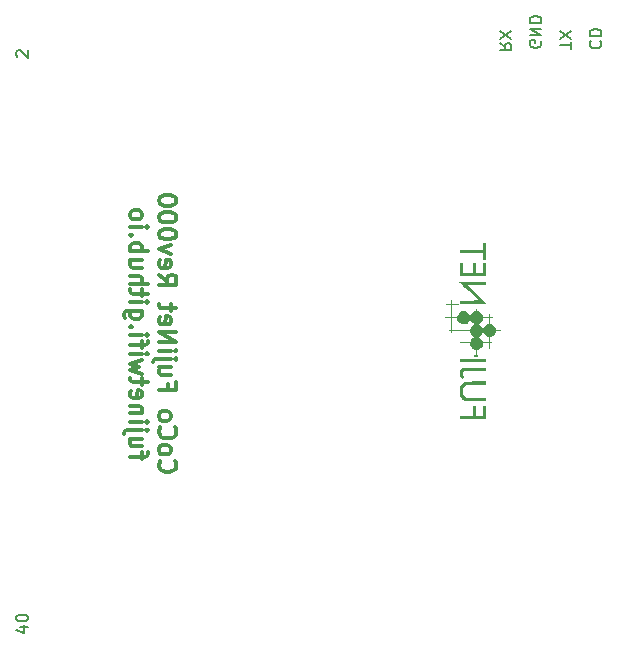
<source format=gbr>
%TF.GenerationSoftware,KiCad,Pcbnew,7.0.10*%
%TF.CreationDate,2024-02-05T23:38:35-06:00*%
%TF.ProjectId,CoCo-FujiNet-Rev000,436f436f-2d46-4756-9a69-4e65742d5265,Rev 000*%
%TF.SameCoordinates,Original*%
%TF.FileFunction,Legend,Bot*%
%TF.FilePolarity,Positive*%
%FSLAX46Y46*%
G04 Gerber Fmt 4.6, Leading zero omitted, Abs format (unit mm)*
G04 Created by KiCad (PCBNEW 7.0.10) date 2024-02-05 23:38:35*
%MOMM*%
%LPD*%
G01*
G04 APERTURE LIST*
%ADD10C,0.150000*%
%ADD11C,0.300000*%
G04 APERTURE END LIST*
D10*
X149208180Y-64936041D02*
X149684371Y-65269374D01*
X149208180Y-65507469D02*
X150208180Y-65507469D01*
X150208180Y-65507469D02*
X150208180Y-65126517D01*
X150208180Y-65126517D02*
X150160561Y-65031279D01*
X150160561Y-65031279D02*
X150112942Y-64983660D01*
X150112942Y-64983660D02*
X150017704Y-64936041D01*
X150017704Y-64936041D02*
X149874847Y-64936041D01*
X149874847Y-64936041D02*
X149779609Y-64983660D01*
X149779609Y-64983660D02*
X149731990Y-65031279D01*
X149731990Y-65031279D02*
X149684371Y-65126517D01*
X149684371Y-65126517D02*
X149684371Y-65507469D01*
X150208180Y-64602707D02*
X149208180Y-63936041D01*
X150208180Y-63936041D02*
X149208180Y-64602707D01*
D11*
X120486028Y-100320713D02*
X120414600Y-100392141D01*
X120414600Y-100392141D02*
X120343171Y-100606427D01*
X120343171Y-100606427D02*
X120343171Y-100749284D01*
X120343171Y-100749284D02*
X120414600Y-100963570D01*
X120414600Y-100963570D02*
X120557457Y-101106427D01*
X120557457Y-101106427D02*
X120700314Y-101177856D01*
X120700314Y-101177856D02*
X120986028Y-101249284D01*
X120986028Y-101249284D02*
X121200314Y-101249284D01*
X121200314Y-101249284D02*
X121486028Y-101177856D01*
X121486028Y-101177856D02*
X121628885Y-101106427D01*
X121628885Y-101106427D02*
X121771742Y-100963570D01*
X121771742Y-100963570D02*
X121843171Y-100749284D01*
X121843171Y-100749284D02*
X121843171Y-100606427D01*
X121843171Y-100606427D02*
X121771742Y-100392141D01*
X121771742Y-100392141D02*
X121700314Y-100320713D01*
X120343171Y-99463570D02*
X120414600Y-99606427D01*
X120414600Y-99606427D02*
X120486028Y-99677856D01*
X120486028Y-99677856D02*
X120628885Y-99749284D01*
X120628885Y-99749284D02*
X121057457Y-99749284D01*
X121057457Y-99749284D02*
X121200314Y-99677856D01*
X121200314Y-99677856D02*
X121271742Y-99606427D01*
X121271742Y-99606427D02*
X121343171Y-99463570D01*
X121343171Y-99463570D02*
X121343171Y-99249284D01*
X121343171Y-99249284D02*
X121271742Y-99106427D01*
X121271742Y-99106427D02*
X121200314Y-99034999D01*
X121200314Y-99034999D02*
X121057457Y-98963570D01*
X121057457Y-98963570D02*
X120628885Y-98963570D01*
X120628885Y-98963570D02*
X120486028Y-99034999D01*
X120486028Y-99034999D02*
X120414600Y-99106427D01*
X120414600Y-99106427D02*
X120343171Y-99249284D01*
X120343171Y-99249284D02*
X120343171Y-99463570D01*
X120486028Y-97463570D02*
X120414600Y-97534998D01*
X120414600Y-97534998D02*
X120343171Y-97749284D01*
X120343171Y-97749284D02*
X120343171Y-97892141D01*
X120343171Y-97892141D02*
X120414600Y-98106427D01*
X120414600Y-98106427D02*
X120557457Y-98249284D01*
X120557457Y-98249284D02*
X120700314Y-98320713D01*
X120700314Y-98320713D02*
X120986028Y-98392141D01*
X120986028Y-98392141D02*
X121200314Y-98392141D01*
X121200314Y-98392141D02*
X121486028Y-98320713D01*
X121486028Y-98320713D02*
X121628885Y-98249284D01*
X121628885Y-98249284D02*
X121771742Y-98106427D01*
X121771742Y-98106427D02*
X121843171Y-97892141D01*
X121843171Y-97892141D02*
X121843171Y-97749284D01*
X121843171Y-97749284D02*
X121771742Y-97534998D01*
X121771742Y-97534998D02*
X121700314Y-97463570D01*
X120343171Y-96606427D02*
X120414600Y-96749284D01*
X120414600Y-96749284D02*
X120486028Y-96820713D01*
X120486028Y-96820713D02*
X120628885Y-96892141D01*
X120628885Y-96892141D02*
X121057457Y-96892141D01*
X121057457Y-96892141D02*
X121200314Y-96820713D01*
X121200314Y-96820713D02*
X121271742Y-96749284D01*
X121271742Y-96749284D02*
X121343171Y-96606427D01*
X121343171Y-96606427D02*
X121343171Y-96392141D01*
X121343171Y-96392141D02*
X121271742Y-96249284D01*
X121271742Y-96249284D02*
X121200314Y-96177856D01*
X121200314Y-96177856D02*
X121057457Y-96106427D01*
X121057457Y-96106427D02*
X120628885Y-96106427D01*
X120628885Y-96106427D02*
X120486028Y-96177856D01*
X120486028Y-96177856D02*
X120414600Y-96249284D01*
X120414600Y-96249284D02*
X120343171Y-96392141D01*
X120343171Y-96392141D02*
X120343171Y-96606427D01*
X121128885Y-93820713D02*
X121128885Y-94320713D01*
X120343171Y-94320713D02*
X121843171Y-94320713D01*
X121843171Y-94320713D02*
X121843171Y-93606427D01*
X121343171Y-92392142D02*
X120343171Y-92392142D01*
X121343171Y-93034999D02*
X120557457Y-93034999D01*
X120557457Y-93034999D02*
X120414600Y-92963570D01*
X120414600Y-92963570D02*
X120343171Y-92820713D01*
X120343171Y-92820713D02*
X120343171Y-92606427D01*
X120343171Y-92606427D02*
X120414600Y-92463570D01*
X120414600Y-92463570D02*
X120486028Y-92392142D01*
X121343171Y-91677856D02*
X120057457Y-91677856D01*
X120057457Y-91677856D02*
X119914600Y-91749284D01*
X119914600Y-91749284D02*
X119843171Y-91892141D01*
X119843171Y-91892141D02*
X119843171Y-91963570D01*
X121843171Y-91677856D02*
X121771742Y-91749284D01*
X121771742Y-91749284D02*
X121700314Y-91677856D01*
X121700314Y-91677856D02*
X121771742Y-91606427D01*
X121771742Y-91606427D02*
X121843171Y-91677856D01*
X121843171Y-91677856D02*
X121700314Y-91677856D01*
X120343171Y-90963570D02*
X121343171Y-90963570D01*
X121843171Y-90963570D02*
X121771742Y-91034998D01*
X121771742Y-91034998D02*
X121700314Y-90963570D01*
X121700314Y-90963570D02*
X121771742Y-90892141D01*
X121771742Y-90892141D02*
X121843171Y-90963570D01*
X121843171Y-90963570D02*
X121700314Y-90963570D01*
X120343171Y-90249284D02*
X121843171Y-90249284D01*
X121843171Y-90249284D02*
X120343171Y-89392141D01*
X120343171Y-89392141D02*
X121843171Y-89392141D01*
X120414600Y-88106426D02*
X120343171Y-88249283D01*
X120343171Y-88249283D02*
X120343171Y-88534998D01*
X120343171Y-88534998D02*
X120414600Y-88677855D01*
X120414600Y-88677855D02*
X120557457Y-88749283D01*
X120557457Y-88749283D02*
X121128885Y-88749283D01*
X121128885Y-88749283D02*
X121271742Y-88677855D01*
X121271742Y-88677855D02*
X121343171Y-88534998D01*
X121343171Y-88534998D02*
X121343171Y-88249283D01*
X121343171Y-88249283D02*
X121271742Y-88106426D01*
X121271742Y-88106426D02*
X121128885Y-88034998D01*
X121128885Y-88034998D02*
X120986028Y-88034998D01*
X120986028Y-88034998D02*
X120843171Y-88749283D01*
X121343171Y-87606426D02*
X121343171Y-87034998D01*
X121843171Y-87392141D02*
X120557457Y-87392141D01*
X120557457Y-87392141D02*
X120414600Y-87320712D01*
X120414600Y-87320712D02*
X120343171Y-87177855D01*
X120343171Y-87177855D02*
X120343171Y-87034998D01*
X120343171Y-84534998D02*
X121057457Y-85034998D01*
X120343171Y-85392141D02*
X121843171Y-85392141D01*
X121843171Y-85392141D02*
X121843171Y-84820712D01*
X121843171Y-84820712D02*
X121771742Y-84677855D01*
X121771742Y-84677855D02*
X121700314Y-84606426D01*
X121700314Y-84606426D02*
X121557457Y-84534998D01*
X121557457Y-84534998D02*
X121343171Y-84534998D01*
X121343171Y-84534998D02*
X121200314Y-84606426D01*
X121200314Y-84606426D02*
X121128885Y-84677855D01*
X121128885Y-84677855D02*
X121057457Y-84820712D01*
X121057457Y-84820712D02*
X121057457Y-85392141D01*
X120414600Y-83320712D02*
X120343171Y-83463569D01*
X120343171Y-83463569D02*
X120343171Y-83749284D01*
X120343171Y-83749284D02*
X120414600Y-83892141D01*
X120414600Y-83892141D02*
X120557457Y-83963569D01*
X120557457Y-83963569D02*
X121128885Y-83963569D01*
X121128885Y-83963569D02*
X121271742Y-83892141D01*
X121271742Y-83892141D02*
X121343171Y-83749284D01*
X121343171Y-83749284D02*
X121343171Y-83463569D01*
X121343171Y-83463569D02*
X121271742Y-83320712D01*
X121271742Y-83320712D02*
X121128885Y-83249284D01*
X121128885Y-83249284D02*
X120986028Y-83249284D01*
X120986028Y-83249284D02*
X120843171Y-83963569D01*
X121343171Y-82749284D02*
X120343171Y-82392141D01*
X120343171Y-82392141D02*
X121343171Y-82034998D01*
X121843171Y-81177855D02*
X121843171Y-81034998D01*
X121843171Y-81034998D02*
X121771742Y-80892141D01*
X121771742Y-80892141D02*
X121700314Y-80820713D01*
X121700314Y-80820713D02*
X121557457Y-80749284D01*
X121557457Y-80749284D02*
X121271742Y-80677855D01*
X121271742Y-80677855D02*
X120914600Y-80677855D01*
X120914600Y-80677855D02*
X120628885Y-80749284D01*
X120628885Y-80749284D02*
X120486028Y-80820713D01*
X120486028Y-80820713D02*
X120414600Y-80892141D01*
X120414600Y-80892141D02*
X120343171Y-81034998D01*
X120343171Y-81034998D02*
X120343171Y-81177855D01*
X120343171Y-81177855D02*
X120414600Y-81320713D01*
X120414600Y-81320713D02*
X120486028Y-81392141D01*
X120486028Y-81392141D02*
X120628885Y-81463570D01*
X120628885Y-81463570D02*
X120914600Y-81534998D01*
X120914600Y-81534998D02*
X121271742Y-81534998D01*
X121271742Y-81534998D02*
X121557457Y-81463570D01*
X121557457Y-81463570D02*
X121700314Y-81392141D01*
X121700314Y-81392141D02*
X121771742Y-81320713D01*
X121771742Y-81320713D02*
X121843171Y-81177855D01*
X121843171Y-79749284D02*
X121843171Y-79606427D01*
X121843171Y-79606427D02*
X121771742Y-79463570D01*
X121771742Y-79463570D02*
X121700314Y-79392142D01*
X121700314Y-79392142D02*
X121557457Y-79320713D01*
X121557457Y-79320713D02*
X121271742Y-79249284D01*
X121271742Y-79249284D02*
X120914600Y-79249284D01*
X120914600Y-79249284D02*
X120628885Y-79320713D01*
X120628885Y-79320713D02*
X120486028Y-79392142D01*
X120486028Y-79392142D02*
X120414600Y-79463570D01*
X120414600Y-79463570D02*
X120343171Y-79606427D01*
X120343171Y-79606427D02*
X120343171Y-79749284D01*
X120343171Y-79749284D02*
X120414600Y-79892142D01*
X120414600Y-79892142D02*
X120486028Y-79963570D01*
X120486028Y-79963570D02*
X120628885Y-80034999D01*
X120628885Y-80034999D02*
X120914600Y-80106427D01*
X120914600Y-80106427D02*
X121271742Y-80106427D01*
X121271742Y-80106427D02*
X121557457Y-80034999D01*
X121557457Y-80034999D02*
X121700314Y-79963570D01*
X121700314Y-79963570D02*
X121771742Y-79892142D01*
X121771742Y-79892142D02*
X121843171Y-79749284D01*
X121843171Y-78320713D02*
X121843171Y-78177856D01*
X121843171Y-78177856D02*
X121771742Y-78034999D01*
X121771742Y-78034999D02*
X121700314Y-77963571D01*
X121700314Y-77963571D02*
X121557457Y-77892142D01*
X121557457Y-77892142D02*
X121271742Y-77820713D01*
X121271742Y-77820713D02*
X120914600Y-77820713D01*
X120914600Y-77820713D02*
X120628885Y-77892142D01*
X120628885Y-77892142D02*
X120486028Y-77963571D01*
X120486028Y-77963571D02*
X120414600Y-78034999D01*
X120414600Y-78034999D02*
X120343171Y-78177856D01*
X120343171Y-78177856D02*
X120343171Y-78320713D01*
X120343171Y-78320713D02*
X120414600Y-78463571D01*
X120414600Y-78463571D02*
X120486028Y-78534999D01*
X120486028Y-78534999D02*
X120628885Y-78606428D01*
X120628885Y-78606428D02*
X120914600Y-78677856D01*
X120914600Y-78677856D02*
X121271742Y-78677856D01*
X121271742Y-78677856D02*
X121557457Y-78606428D01*
X121557457Y-78606428D02*
X121700314Y-78534999D01*
X121700314Y-78534999D02*
X121771742Y-78463571D01*
X121771742Y-78463571D02*
X121843171Y-78320713D01*
X118928171Y-100142144D02*
X118928171Y-99570716D01*
X117928171Y-99927859D02*
X119213885Y-99927859D01*
X119213885Y-99927859D02*
X119356742Y-99856430D01*
X119356742Y-99856430D02*
X119428171Y-99713573D01*
X119428171Y-99713573D02*
X119428171Y-99570716D01*
X118928171Y-98427859D02*
X117928171Y-98427859D01*
X118928171Y-99070716D02*
X118142457Y-99070716D01*
X118142457Y-99070716D02*
X117999600Y-98999287D01*
X117999600Y-98999287D02*
X117928171Y-98856430D01*
X117928171Y-98856430D02*
X117928171Y-98642144D01*
X117928171Y-98642144D02*
X117999600Y-98499287D01*
X117999600Y-98499287D02*
X118071028Y-98427859D01*
X118928171Y-97713573D02*
X117642457Y-97713573D01*
X117642457Y-97713573D02*
X117499600Y-97785001D01*
X117499600Y-97785001D02*
X117428171Y-97927858D01*
X117428171Y-97927858D02*
X117428171Y-97999287D01*
X119428171Y-97713573D02*
X119356742Y-97785001D01*
X119356742Y-97785001D02*
X119285314Y-97713573D01*
X119285314Y-97713573D02*
X119356742Y-97642144D01*
X119356742Y-97642144D02*
X119428171Y-97713573D01*
X119428171Y-97713573D02*
X119285314Y-97713573D01*
X117928171Y-96999287D02*
X118928171Y-96999287D01*
X119428171Y-96999287D02*
X119356742Y-97070715D01*
X119356742Y-97070715D02*
X119285314Y-96999287D01*
X119285314Y-96999287D02*
X119356742Y-96927858D01*
X119356742Y-96927858D02*
X119428171Y-96999287D01*
X119428171Y-96999287D02*
X119285314Y-96999287D01*
X118928171Y-96285001D02*
X117928171Y-96285001D01*
X118785314Y-96285001D02*
X118856742Y-96213572D01*
X118856742Y-96213572D02*
X118928171Y-96070715D01*
X118928171Y-96070715D02*
X118928171Y-95856429D01*
X118928171Y-95856429D02*
X118856742Y-95713572D01*
X118856742Y-95713572D02*
X118713885Y-95642144D01*
X118713885Y-95642144D02*
X117928171Y-95642144D01*
X117999600Y-94356429D02*
X117928171Y-94499286D01*
X117928171Y-94499286D02*
X117928171Y-94785001D01*
X117928171Y-94785001D02*
X117999600Y-94927858D01*
X117999600Y-94927858D02*
X118142457Y-94999286D01*
X118142457Y-94999286D02*
X118713885Y-94999286D01*
X118713885Y-94999286D02*
X118856742Y-94927858D01*
X118856742Y-94927858D02*
X118928171Y-94785001D01*
X118928171Y-94785001D02*
X118928171Y-94499286D01*
X118928171Y-94499286D02*
X118856742Y-94356429D01*
X118856742Y-94356429D02*
X118713885Y-94285001D01*
X118713885Y-94285001D02*
X118571028Y-94285001D01*
X118571028Y-94285001D02*
X118428171Y-94999286D01*
X118928171Y-93856429D02*
X118928171Y-93285001D01*
X119428171Y-93642144D02*
X118142457Y-93642144D01*
X118142457Y-93642144D02*
X117999600Y-93570715D01*
X117999600Y-93570715D02*
X117928171Y-93427858D01*
X117928171Y-93427858D02*
X117928171Y-93285001D01*
X118928171Y-92927858D02*
X117928171Y-92642144D01*
X117928171Y-92642144D02*
X118642457Y-92356429D01*
X118642457Y-92356429D02*
X117928171Y-92070715D01*
X117928171Y-92070715D02*
X118928171Y-91785001D01*
X117928171Y-91213572D02*
X118928171Y-91213572D01*
X119428171Y-91213572D02*
X119356742Y-91285000D01*
X119356742Y-91285000D02*
X119285314Y-91213572D01*
X119285314Y-91213572D02*
X119356742Y-91142143D01*
X119356742Y-91142143D02*
X119428171Y-91213572D01*
X119428171Y-91213572D02*
X119285314Y-91213572D01*
X118928171Y-90713571D02*
X118928171Y-90142143D01*
X117928171Y-90499286D02*
X119213885Y-90499286D01*
X119213885Y-90499286D02*
X119356742Y-90427857D01*
X119356742Y-90427857D02*
X119428171Y-90285000D01*
X119428171Y-90285000D02*
X119428171Y-90142143D01*
X117928171Y-89642143D02*
X118928171Y-89642143D01*
X119428171Y-89642143D02*
X119356742Y-89713571D01*
X119356742Y-89713571D02*
X119285314Y-89642143D01*
X119285314Y-89642143D02*
X119356742Y-89570714D01*
X119356742Y-89570714D02*
X119428171Y-89642143D01*
X119428171Y-89642143D02*
X119285314Y-89642143D01*
X118071028Y-88927857D02*
X117999600Y-88856428D01*
X117999600Y-88856428D02*
X117928171Y-88927857D01*
X117928171Y-88927857D02*
X117999600Y-88999285D01*
X117999600Y-88999285D02*
X118071028Y-88927857D01*
X118071028Y-88927857D02*
X117928171Y-88927857D01*
X118928171Y-87570714D02*
X117713885Y-87570714D01*
X117713885Y-87570714D02*
X117571028Y-87642142D01*
X117571028Y-87642142D02*
X117499600Y-87713571D01*
X117499600Y-87713571D02*
X117428171Y-87856428D01*
X117428171Y-87856428D02*
X117428171Y-88070714D01*
X117428171Y-88070714D02*
X117499600Y-88213571D01*
X117999600Y-87570714D02*
X117928171Y-87713571D01*
X117928171Y-87713571D02*
X117928171Y-87999285D01*
X117928171Y-87999285D02*
X117999600Y-88142142D01*
X117999600Y-88142142D02*
X118071028Y-88213571D01*
X118071028Y-88213571D02*
X118213885Y-88284999D01*
X118213885Y-88284999D02*
X118642457Y-88284999D01*
X118642457Y-88284999D02*
X118785314Y-88213571D01*
X118785314Y-88213571D02*
X118856742Y-88142142D01*
X118856742Y-88142142D02*
X118928171Y-87999285D01*
X118928171Y-87999285D02*
X118928171Y-87713571D01*
X118928171Y-87713571D02*
X118856742Y-87570714D01*
X117928171Y-86856428D02*
X118928171Y-86856428D01*
X119428171Y-86856428D02*
X119356742Y-86927856D01*
X119356742Y-86927856D02*
X119285314Y-86856428D01*
X119285314Y-86856428D02*
X119356742Y-86784999D01*
X119356742Y-86784999D02*
X119428171Y-86856428D01*
X119428171Y-86856428D02*
X119285314Y-86856428D01*
X118928171Y-86356427D02*
X118928171Y-85784999D01*
X119428171Y-86142142D02*
X118142457Y-86142142D01*
X118142457Y-86142142D02*
X117999600Y-86070713D01*
X117999600Y-86070713D02*
X117928171Y-85927856D01*
X117928171Y-85927856D02*
X117928171Y-85784999D01*
X117928171Y-85284999D02*
X119428171Y-85284999D01*
X117928171Y-84642142D02*
X118713885Y-84642142D01*
X118713885Y-84642142D02*
X118856742Y-84713570D01*
X118856742Y-84713570D02*
X118928171Y-84856427D01*
X118928171Y-84856427D02*
X118928171Y-85070713D01*
X118928171Y-85070713D02*
X118856742Y-85213570D01*
X118856742Y-85213570D02*
X118785314Y-85284999D01*
X118928171Y-83284999D02*
X117928171Y-83284999D01*
X118928171Y-83927856D02*
X118142457Y-83927856D01*
X118142457Y-83927856D02*
X117999600Y-83856427D01*
X117999600Y-83856427D02*
X117928171Y-83713570D01*
X117928171Y-83713570D02*
X117928171Y-83499284D01*
X117928171Y-83499284D02*
X117999600Y-83356427D01*
X117999600Y-83356427D02*
X118071028Y-83284999D01*
X117928171Y-82570713D02*
X119428171Y-82570713D01*
X118856742Y-82570713D02*
X118928171Y-82427856D01*
X118928171Y-82427856D02*
X118928171Y-82142141D01*
X118928171Y-82142141D02*
X118856742Y-81999284D01*
X118856742Y-81999284D02*
X118785314Y-81927856D01*
X118785314Y-81927856D02*
X118642457Y-81856427D01*
X118642457Y-81856427D02*
X118213885Y-81856427D01*
X118213885Y-81856427D02*
X118071028Y-81927856D01*
X118071028Y-81927856D02*
X117999600Y-81999284D01*
X117999600Y-81999284D02*
X117928171Y-82142141D01*
X117928171Y-82142141D02*
X117928171Y-82427856D01*
X117928171Y-82427856D02*
X117999600Y-82570713D01*
X118071028Y-81213570D02*
X117999600Y-81142141D01*
X117999600Y-81142141D02*
X117928171Y-81213570D01*
X117928171Y-81213570D02*
X117999600Y-81284998D01*
X117999600Y-81284998D02*
X118071028Y-81213570D01*
X118071028Y-81213570D02*
X117928171Y-81213570D01*
X117928171Y-80499284D02*
X118928171Y-80499284D01*
X119428171Y-80499284D02*
X119356742Y-80570712D01*
X119356742Y-80570712D02*
X119285314Y-80499284D01*
X119285314Y-80499284D02*
X119356742Y-80427855D01*
X119356742Y-80427855D02*
X119428171Y-80499284D01*
X119428171Y-80499284D02*
X119285314Y-80499284D01*
X117928171Y-79570712D02*
X117999600Y-79713569D01*
X117999600Y-79713569D02*
X118071028Y-79784998D01*
X118071028Y-79784998D02*
X118213885Y-79856426D01*
X118213885Y-79856426D02*
X118642457Y-79856426D01*
X118642457Y-79856426D02*
X118785314Y-79784998D01*
X118785314Y-79784998D02*
X118856742Y-79713569D01*
X118856742Y-79713569D02*
X118928171Y-79570712D01*
X118928171Y-79570712D02*
X118928171Y-79356426D01*
X118928171Y-79356426D02*
X118856742Y-79213569D01*
X118856742Y-79213569D02*
X118785314Y-79142141D01*
X118785314Y-79142141D02*
X118642457Y-79070712D01*
X118642457Y-79070712D02*
X118213885Y-79070712D01*
X118213885Y-79070712D02*
X118071028Y-79142141D01*
X118071028Y-79142141D02*
X117999600Y-79213569D01*
X117999600Y-79213569D02*
X117928171Y-79356426D01*
X117928171Y-79356426D02*
X117928171Y-79570712D01*
D10*
X152700561Y-64738911D02*
X152748180Y-64834149D01*
X152748180Y-64834149D02*
X152748180Y-64977006D01*
X152748180Y-64977006D02*
X152700561Y-65119863D01*
X152700561Y-65119863D02*
X152605323Y-65215101D01*
X152605323Y-65215101D02*
X152510085Y-65262720D01*
X152510085Y-65262720D02*
X152319609Y-65310339D01*
X152319609Y-65310339D02*
X152176752Y-65310339D01*
X152176752Y-65310339D02*
X151986276Y-65262720D01*
X151986276Y-65262720D02*
X151891038Y-65215101D01*
X151891038Y-65215101D02*
X151795800Y-65119863D01*
X151795800Y-65119863D02*
X151748180Y-64977006D01*
X151748180Y-64977006D02*
X151748180Y-64881768D01*
X151748180Y-64881768D02*
X151795800Y-64738911D01*
X151795800Y-64738911D02*
X151843419Y-64691292D01*
X151843419Y-64691292D02*
X152176752Y-64691292D01*
X152176752Y-64691292D02*
X152176752Y-64881768D01*
X151748180Y-64262720D02*
X152748180Y-64262720D01*
X152748180Y-64262720D02*
X151748180Y-63691292D01*
X151748180Y-63691292D02*
X152748180Y-63691292D01*
X151748180Y-63215101D02*
X152748180Y-63215101D01*
X152748180Y-63215101D02*
X152748180Y-62977006D01*
X152748180Y-62977006D02*
X152700561Y-62834149D01*
X152700561Y-62834149D02*
X152605323Y-62738911D01*
X152605323Y-62738911D02*
X152510085Y-62691292D01*
X152510085Y-62691292D02*
X152319609Y-62643673D01*
X152319609Y-62643673D02*
X152176752Y-62643673D01*
X152176752Y-62643673D02*
X151986276Y-62691292D01*
X151986276Y-62691292D02*
X151891038Y-62738911D01*
X151891038Y-62738911D02*
X151795800Y-62834149D01*
X151795800Y-62834149D02*
X151748180Y-62977006D01*
X151748180Y-62977006D02*
X151748180Y-63215101D01*
X156923419Y-64729660D02*
X156875800Y-64777279D01*
X156875800Y-64777279D02*
X156828180Y-64920136D01*
X156828180Y-64920136D02*
X156828180Y-65015374D01*
X156828180Y-65015374D02*
X156875800Y-65158231D01*
X156875800Y-65158231D02*
X156971038Y-65253469D01*
X156971038Y-65253469D02*
X157066276Y-65301088D01*
X157066276Y-65301088D02*
X157256752Y-65348707D01*
X157256752Y-65348707D02*
X157399609Y-65348707D01*
X157399609Y-65348707D02*
X157590085Y-65301088D01*
X157590085Y-65301088D02*
X157685323Y-65253469D01*
X157685323Y-65253469D02*
X157780561Y-65158231D01*
X157780561Y-65158231D02*
X157828180Y-65015374D01*
X157828180Y-65015374D02*
X157828180Y-64920136D01*
X157828180Y-64920136D02*
X157780561Y-64777279D01*
X157780561Y-64777279D02*
X157732942Y-64729660D01*
X156828180Y-64301088D02*
X157828180Y-64301088D01*
X157828180Y-64301088D02*
X157828180Y-64062993D01*
X157828180Y-64062993D02*
X157780561Y-63920136D01*
X157780561Y-63920136D02*
X157685323Y-63824898D01*
X157685323Y-63824898D02*
X157590085Y-63777279D01*
X157590085Y-63777279D02*
X157399609Y-63729660D01*
X157399609Y-63729660D02*
X157256752Y-63729660D01*
X157256752Y-63729660D02*
X157066276Y-63777279D01*
X157066276Y-63777279D02*
X156971038Y-63824898D01*
X156971038Y-63824898D02*
X156875800Y-63920136D01*
X156875800Y-63920136D02*
X156828180Y-64062993D01*
X156828180Y-64062993D02*
X156828180Y-64301088D01*
X155288180Y-65412231D02*
X155288180Y-64840803D01*
X154288180Y-65126517D02*
X155288180Y-65126517D01*
X155288180Y-64602707D02*
X154288180Y-63936041D01*
X155288180Y-63936041D02*
X154288180Y-64602707D01*
X108369057Y-66105463D02*
X108321438Y-66057844D01*
X108321438Y-66057844D02*
X108273819Y-65962606D01*
X108273819Y-65962606D02*
X108273819Y-65724511D01*
X108273819Y-65724511D02*
X108321438Y-65629273D01*
X108321438Y-65629273D02*
X108369057Y-65581654D01*
X108369057Y-65581654D02*
X108464295Y-65534035D01*
X108464295Y-65534035D02*
X108559533Y-65534035D01*
X108559533Y-65534035D02*
X108702390Y-65581654D01*
X108702390Y-65581654D02*
X109273819Y-66153082D01*
X109273819Y-66153082D02*
X109273819Y-65534035D01*
X108607152Y-114365464D02*
X109273819Y-114365464D01*
X108226200Y-114603559D02*
X108940485Y-114841654D01*
X108940485Y-114841654D02*
X108940485Y-114222607D01*
X108273819Y-113651178D02*
X108273819Y-113555940D01*
X108273819Y-113555940D02*
X108321438Y-113460702D01*
X108321438Y-113460702D02*
X108369057Y-113413083D01*
X108369057Y-113413083D02*
X108464295Y-113365464D01*
X108464295Y-113365464D02*
X108654771Y-113317845D01*
X108654771Y-113317845D02*
X108892866Y-113317845D01*
X108892866Y-113317845D02*
X109083342Y-113365464D01*
X109083342Y-113365464D02*
X109178580Y-113413083D01*
X109178580Y-113413083D02*
X109226200Y-113460702D01*
X109226200Y-113460702D02*
X109273819Y-113555940D01*
X109273819Y-113555940D02*
X109273819Y-113651178D01*
X109273819Y-113651178D02*
X109226200Y-113746416D01*
X109226200Y-113746416D02*
X109178580Y-113794035D01*
X109178580Y-113794035D02*
X109083342Y-113841654D01*
X109083342Y-113841654D02*
X108892866Y-113889273D01*
X108892866Y-113889273D02*
X108654771Y-113889273D01*
X108654771Y-113889273D02*
X108464295Y-113841654D01*
X108464295Y-113841654D02*
X108369057Y-113794035D01*
X108369057Y-113794035D02*
X108321438Y-113746416D01*
X108321438Y-113746416D02*
X108273819Y-113651178D01*
%TO.C,G\u002A\u002A\u002A*%
G36*
X148043347Y-91781121D02*
G01*
X148043347Y-91919165D01*
X146954338Y-91919165D01*
X145865328Y-91919165D01*
X145865328Y-91781121D01*
X145865328Y-91643078D01*
X146954338Y-91643078D01*
X148043347Y-91643078D01*
X148043347Y-91781121D01*
G37*
G36*
X148043347Y-82576459D02*
G01*
X148043347Y-83329793D01*
X147905304Y-83329793D01*
X147767260Y-83329793D01*
X147767260Y-83023029D01*
X147767260Y-82716266D01*
X146814530Y-82716266D01*
X145861800Y-82716266D01*
X145871233Y-82585892D01*
X145880666Y-82455517D01*
X146822858Y-82447406D01*
X147765049Y-82439296D01*
X147773824Y-82140643D01*
X147782599Y-81841991D01*
X147912973Y-81832558D01*
X148043347Y-81823125D01*
X148043347Y-82576459D01*
G37*
G36*
X147184410Y-96060469D02*
G01*
X147184410Y-96489938D01*
X147491173Y-96489938D01*
X147797937Y-96489938D01*
X147797937Y-96060469D01*
X147797937Y-95631000D01*
X147920642Y-95631000D01*
X148043347Y-95631000D01*
X148043347Y-96198512D01*
X148043347Y-96766024D01*
X146952574Y-96766024D01*
X145861800Y-96766024D01*
X145871233Y-96635650D01*
X145880666Y-96505276D01*
X146409833Y-96496882D01*
X146939000Y-96488489D01*
X146939000Y-96059745D01*
X146939000Y-95631000D01*
X147061705Y-95631000D01*
X147184410Y-95631000D01*
X147184410Y-96060469D01*
G37*
G36*
X147070227Y-83519798D02*
G01*
X147199748Y-83529189D01*
X147208267Y-83967466D01*
X147216785Y-84405744D01*
X147499692Y-84396935D01*
X147782599Y-84388126D01*
X147791110Y-83950988D01*
X147799621Y-83513851D01*
X147921484Y-83513851D01*
X148043347Y-83513851D01*
X148043347Y-84096701D01*
X148043347Y-84679551D01*
X146974789Y-84679551D01*
X146762765Y-84679146D01*
X146528644Y-84677688D01*
X146320190Y-84675299D01*
X146144540Y-84672112D01*
X146008829Y-84668260D01*
X145920197Y-84663878D01*
X145885779Y-84659100D01*
X145879555Y-84626088D01*
X145873860Y-84541088D01*
X145869356Y-84414407D01*
X145866394Y-84256107D01*
X145865328Y-84076250D01*
X145865328Y-83513851D01*
X146003372Y-83513851D01*
X146141415Y-83513851D01*
X146141415Y-83959574D01*
X146141415Y-84405297D01*
X146532538Y-84396712D01*
X146923661Y-84388126D01*
X146932183Y-83949266D01*
X146940705Y-83510406D01*
X147070227Y-83519798D01*
G37*
G36*
X148043347Y-85292568D02*
G01*
X148043347Y-85414764D01*
X147245552Y-85422943D01*
X146447757Y-85431121D01*
X147276228Y-86191075D01*
X147280045Y-86194577D01*
X147468652Y-86368417D01*
X147642042Y-86529773D01*
X147795186Y-86673848D01*
X147923053Y-86795844D01*
X148020615Y-86890962D01*
X148082840Y-86954405D01*
X148104700Y-86981374D01*
X148103385Y-86983298D01*
X148060516Y-86991470D01*
X147958426Y-86997778D01*
X147798855Y-87002186D01*
X147583546Y-87004660D01*
X147314241Y-87005165D01*
X146992683Y-87003666D01*
X145880666Y-86995614D01*
X145871258Y-86865752D01*
X145861851Y-86735891D01*
X146655489Y-86727709D01*
X147449127Y-86719527D01*
X146626551Y-85956985D01*
X146622671Y-85953388D01*
X146435425Y-85779478D01*
X146263286Y-85618988D01*
X146111249Y-85476620D01*
X145984307Y-85357077D01*
X145887451Y-85265059D01*
X145825677Y-85205269D01*
X145803975Y-85182408D01*
X145803987Y-85182353D01*
X145834667Y-85179613D01*
X145919767Y-85177094D01*
X146052491Y-85174869D01*
X146226040Y-85173011D01*
X146433617Y-85171594D01*
X146668423Y-85170690D01*
X146923661Y-85170372D01*
X148043347Y-85170372D01*
X148043347Y-85292568D01*
G37*
G36*
X148037442Y-92540360D02*
G01*
X148028009Y-92670735D01*
X147104701Y-92686073D01*
X147095785Y-92686221D01*
X146819982Y-92691431D01*
X146599664Y-92697072D01*
X146429126Y-92703480D01*
X146302667Y-92710992D01*
X146214582Y-92719944D01*
X146159170Y-92730672D01*
X146130728Y-92743513D01*
X146102326Y-92780467D01*
X146082135Y-92869009D01*
X146095425Y-92970821D01*
X146141415Y-93062559D01*
X146143683Y-93065459D01*
X146185489Y-93125894D01*
X146202768Y-93164417D01*
X146184180Y-93203702D01*
X146134727Y-93259853D01*
X146076251Y-93309128D01*
X146030789Y-93330276D01*
X146027951Y-93330098D01*
X145981914Y-93301138D01*
X145925445Y-93234849D01*
X145871444Y-93148808D01*
X145832815Y-93060589D01*
X145829275Y-93048160D01*
X145817615Y-92941020D01*
X145824911Y-92812429D01*
X145848111Y-92689726D01*
X145884167Y-92600248D01*
X145887243Y-92595698D01*
X145948363Y-92530193D01*
X146028046Y-92469989D01*
X146028151Y-92469925D01*
X146059021Y-92453175D01*
X146095236Y-92439876D01*
X146143797Y-92429630D01*
X146211704Y-92422042D01*
X146305960Y-92416715D01*
X146433564Y-92413254D01*
X146601517Y-92411262D01*
X146816821Y-92410343D01*
X147086476Y-92410101D01*
X148046875Y-92409986D01*
X148037442Y-92540360D01*
G37*
G36*
X148043347Y-93711472D02*
G01*
X148043347Y-93847257D01*
X147238094Y-93857184D01*
X147219113Y-93857419D01*
X146977427Y-93860761D01*
X146788696Y-93864454D01*
X146645068Y-93869115D01*
X146538691Y-93875358D01*
X146461716Y-93883799D01*
X146406289Y-93895054D01*
X146364561Y-93909737D01*
X146328680Y-93928464D01*
X146275618Y-93961860D01*
X146186119Y-94038599D01*
X146130985Y-94130454D01*
X146103113Y-94252368D01*
X146095401Y-94419285D01*
X146097486Y-94515549D01*
X146115458Y-94658233D01*
X146157674Y-94762309D01*
X146231122Y-94841645D01*
X146342791Y-94910107D01*
X146379941Y-94927207D01*
X146426242Y-94942430D01*
X146485279Y-94954093D01*
X146565155Y-94962823D01*
X146673973Y-94969252D01*
X146819835Y-94974009D01*
X147010844Y-94977724D01*
X147255103Y-94981026D01*
X148046690Y-94990593D01*
X148037349Y-95119070D01*
X148028009Y-95247546D01*
X147215087Y-95247546D01*
X146963728Y-95247014D01*
X146743444Y-95244502D01*
X146569473Y-95238812D01*
X146433997Y-95228750D01*
X146329203Y-95213120D01*
X146247275Y-95190727D01*
X146180396Y-95160377D01*
X146120752Y-95120875D01*
X146060526Y-95071025D01*
X145983688Y-94994008D01*
X145891429Y-94850286D01*
X145834163Y-94670021D01*
X145824615Y-94610489D01*
X145817372Y-94453165D01*
X145827526Y-94281077D01*
X145852956Y-94119264D01*
X145891541Y-93992765D01*
X145906499Y-93962743D01*
X145976413Y-93858546D01*
X146059175Y-93768730D01*
X146089583Y-93742969D01*
X146158167Y-93693610D01*
X146233643Y-93654865D01*
X146323786Y-93625492D01*
X146436372Y-93604247D01*
X146579178Y-93589887D01*
X146759979Y-93581169D01*
X146986550Y-93576850D01*
X147266669Y-93575686D01*
X148043347Y-93575686D01*
X148043347Y-93711472D01*
G37*
G36*
X145160083Y-86681260D02*
G01*
X145175041Y-86750551D01*
X145184244Y-86849901D01*
X145193376Y-87041628D01*
X145483338Y-87041628D01*
X145540223Y-87042102D01*
X145663389Y-87047412D01*
X145744242Y-87057814D01*
X145773299Y-87072305D01*
X145768655Y-87078419D01*
X145718069Y-87091403D01*
X145619335Y-87099921D01*
X145481874Y-87102981D01*
X145190449Y-87102981D01*
X145190449Y-87625880D01*
X145190449Y-88148779D01*
X145394540Y-88139709D01*
X145598631Y-88130638D01*
X145640796Y-88008521D01*
X145649127Y-87986129D01*
X145737834Y-87836613D01*
X145866144Y-87717205D01*
X146018175Y-87643276D01*
X146081754Y-87623705D01*
X146134868Y-87595136D01*
X146157373Y-87547418D01*
X146166134Y-87459617D01*
X146171246Y-87409297D01*
X146188472Y-87346867D01*
X146209018Y-87340536D01*
X146226228Y-87387713D01*
X146233444Y-87485808D01*
X146233721Y-87520104D01*
X146241407Y-87588491D01*
X146268738Y-87621987D01*
X146327752Y-87640317D01*
X146409080Y-87672685D01*
X146518205Y-87747950D01*
X146615412Y-87844395D01*
X146678945Y-87943256D01*
X146716722Y-88033101D01*
X146770399Y-87919985D01*
X146818387Y-87837775D01*
X146935258Y-87724105D01*
X147096535Y-87650286D01*
X147168200Y-87623804D01*
X147206156Y-87587498D01*
X147215087Y-87527594D01*
X147224427Y-87467621D01*
X147261101Y-87440421D01*
X147293397Y-87459387D01*
X147307115Y-87532450D01*
X147317277Y-87598864D01*
X147354352Y-87624479D01*
X147436194Y-87644589D01*
X147537369Y-87696317D01*
X147634849Y-87765856D01*
X147706040Y-87839399D01*
X147706684Y-87840306D01*
X147762158Y-87937797D01*
X147802442Y-88040748D01*
X147832192Y-88148493D01*
X148068144Y-88139565D01*
X148304096Y-88130638D01*
X148313368Y-87969587D01*
X148319101Y-87907326D01*
X148333165Y-87836220D01*
X148350111Y-87808537D01*
X148361455Y-87821129D01*
X148376949Y-87879583D01*
X148386853Y-87969587D01*
X148396125Y-88130638D01*
X148526500Y-88140071D01*
X148539391Y-88141103D01*
X148626106Y-88156480D01*
X148652862Y-88177849D01*
X148619660Y-88198878D01*
X148526500Y-88213234D01*
X148396125Y-88222667D01*
X148387103Y-88445514D01*
X148384319Y-88558461D01*
X148389159Y-88630740D01*
X148404550Y-88668635D01*
X148433118Y-88685856D01*
X148499007Y-88708067D01*
X148637901Y-88769607D01*
X148737917Y-88843686D01*
X148815340Y-88941180D01*
X148845287Y-88992749D01*
X148886229Y-89082843D01*
X148902285Y-89148963D01*
X148903015Y-89169983D01*
X148913434Y-89197650D01*
X148946540Y-89212510D01*
X149015219Y-89218523D01*
X149132357Y-89219648D01*
X149220676Y-89220702D01*
X149306825Y-89227144D01*
X149350378Y-89241391D01*
X149362429Y-89265662D01*
X149357526Y-89282848D01*
X149325950Y-89300363D01*
X149255415Y-89309223D01*
X149134794Y-89311677D01*
X148907159Y-89311677D01*
X148886584Y-89405358D01*
X148884754Y-89412974D01*
X148833038Y-89519367D01*
X148741857Y-89626332D01*
X148628726Y-89716700D01*
X148511161Y-89773305D01*
X148380787Y-89812209D01*
X148380787Y-90037426D01*
X148380787Y-90262643D01*
X148518830Y-90262643D01*
X148577380Y-90264514D01*
X148638808Y-90278329D01*
X148656874Y-90308657D01*
X148651261Y-90328174D01*
X148609817Y-90348650D01*
X148518830Y-90354672D01*
X148380787Y-90354672D01*
X148380787Y-90569406D01*
X148380787Y-90569615D01*
X148376720Y-90679722D01*
X148365847Y-90755767D01*
X148350111Y-90784140D01*
X148350081Y-90784140D01*
X148334351Y-90755675D01*
X148323488Y-90679560D01*
X148319434Y-90569406D01*
X148319434Y-90354672D01*
X148075206Y-90354672D01*
X147830978Y-90354672D01*
X147798312Y-90475982D01*
X147778763Y-90533634D01*
X147704373Y-90664308D01*
X147602322Y-90773482D01*
X147486299Y-90848366D01*
X147369992Y-90876169D01*
X147352688Y-90877091D01*
X147327936Y-90889212D01*
X147314230Y-90925393D01*
X147308359Y-90998060D01*
X147307115Y-91119636D01*
X147307115Y-91363103D01*
X147406814Y-91372716D01*
X147471666Y-91385157D01*
X147503050Y-91410070D01*
X147477222Y-91437851D01*
X147395205Y-91460733D01*
X147362798Y-91464805D01*
X147263489Y-91469152D01*
X147148420Y-91466543D01*
X147033013Y-91458300D01*
X146932691Y-91445747D01*
X146862876Y-91430208D01*
X146838990Y-91413005D01*
X146862283Y-91398171D01*
X146932031Y-91382707D01*
X147030717Y-91373196D01*
X147215087Y-91364063D01*
X147215087Y-91120116D01*
X147214844Y-91052398D01*
X147211700Y-90956677D01*
X147202347Y-90903674D01*
X147183583Y-90880977D01*
X147152210Y-90876169D01*
X147104677Y-90871144D01*
X146986824Y-90822204D01*
X146874950Y-90731504D01*
X146782742Y-90611833D01*
X146723890Y-90475982D01*
X146691224Y-90354672D01*
X146462334Y-90354672D01*
X146233444Y-90354672D01*
X146233444Y-90475567D01*
X146232884Y-90498906D01*
X146222376Y-90575199D01*
X146202768Y-90615421D01*
X146194090Y-90616490D01*
X146177969Y-90580389D01*
X146174672Y-90532874D01*
X146172091Y-90495677D01*
X146172091Y-90356974D01*
X145895835Y-90348154D01*
X145841542Y-90345882D01*
X145726246Y-90336649D01*
X145648249Y-90323667D01*
X145619578Y-90308657D01*
X145624430Y-90302474D01*
X145674429Y-90288075D01*
X145768906Y-90276397D01*
X145895835Y-90269161D01*
X146172091Y-90260341D01*
X146172091Y-89786009D01*
X146172091Y-89311677D01*
X146233444Y-89311677D01*
X146233444Y-89787160D01*
X146233444Y-90262643D01*
X146478855Y-90262643D01*
X146509329Y-90262587D01*
X146621334Y-90260128D01*
X146686523Y-90252117D01*
X146716877Y-90235934D01*
X146724380Y-90208959D01*
X146725483Y-90193703D01*
X146754139Y-90110172D01*
X146811642Y-90015674D01*
X146884605Y-89926991D01*
X146959640Y-89860904D01*
X147023359Y-89834195D01*
X147031757Y-89833710D01*
X147059878Y-89816592D01*
X147046640Y-89796728D01*
X147459257Y-89796728D01*
X147571209Y-89865917D01*
X147670509Y-89953848D01*
X147758135Y-90098875D01*
X147833111Y-90262643D01*
X148076272Y-90262643D01*
X148319434Y-90262643D01*
X148319434Y-90037426D01*
X148319434Y-89812209D01*
X148200883Y-89776690D01*
X148098615Y-89736514D01*
X147957006Y-89634069D01*
X147860849Y-89491588D01*
X147808764Y-89375251D01*
X147797937Y-89399791D01*
X147754199Y-89498926D01*
X147740010Y-89526974D01*
X147667829Y-89626707D01*
X147579445Y-89709664D01*
X147459257Y-89796728D01*
X147046640Y-89796728D01*
X147033689Y-89777294D01*
X146954679Y-89718328D01*
X146875094Y-89647312D01*
X146800681Y-89549038D01*
X146745714Y-89445589D01*
X146724265Y-89358913D01*
X146715667Y-89336654D01*
X146679381Y-89321345D01*
X146604165Y-89313736D01*
X146478855Y-89311677D01*
X146233444Y-89311677D01*
X146172091Y-89311677D01*
X145683214Y-89311677D01*
X145194336Y-89311677D01*
X145184723Y-89411375D01*
X145183926Y-89418773D01*
X145167921Y-89484203D01*
X145144434Y-89511073D01*
X145142132Y-89510799D01*
X145118961Y-89479285D01*
X145104145Y-89411375D01*
X145095487Y-89356429D01*
X145067716Y-89319708D01*
X145004447Y-89311677D01*
X144941705Y-89302250D01*
X144914362Y-89265662D01*
X144933328Y-89233367D01*
X145006391Y-89219648D01*
X145098420Y-89219648D01*
X145098420Y-88713488D01*
X145098420Y-88207329D01*
X144837671Y-88207329D01*
X144804065Y-88207120D01*
X144741696Y-88204526D01*
X145190449Y-88204526D01*
X145190449Y-88712087D01*
X145190449Y-89219648D01*
X145682560Y-89219648D01*
X146174672Y-89219648D01*
X146233444Y-89219648D01*
X146478855Y-89219648D01*
X146493003Y-89219635D01*
X146611772Y-89217464D01*
X146682087Y-89209869D01*
X146715675Y-89194413D01*
X146724265Y-89168659D01*
X146726097Y-89148656D01*
X146759060Y-89059579D01*
X146822398Y-88959060D01*
X146901753Y-88867321D01*
X146982767Y-88804582D01*
X147007077Y-88790992D01*
X147067989Y-88751238D01*
X147092381Y-88725572D01*
X147429821Y-88725572D01*
X147432638Y-88731576D01*
X147470982Y-88763289D01*
X147539889Y-88804827D01*
X147557767Y-88815428D01*
X147646213Y-88890067D01*
X147716278Y-88980286D01*
X147734905Y-89011854D01*
X147774903Y-89071965D01*
X147797937Y-89095274D01*
X147805392Y-89089102D01*
X147835197Y-89043483D01*
X147875058Y-88968272D01*
X147881959Y-88955070D01*
X147972066Y-88845366D01*
X148105740Y-88751309D01*
X148267104Y-88684397D01*
X148294838Y-88668965D01*
X148310676Y-88632896D01*
X148315895Y-88562953D01*
X148313118Y-88445514D01*
X148304096Y-88222667D01*
X148068144Y-88213740D01*
X147832192Y-88204813D01*
X147801536Y-88315838D01*
X147791418Y-88348095D01*
X147724037Y-88482546D01*
X147629584Y-88595339D01*
X147523717Y-88666700D01*
X147516546Y-88669729D01*
X147455061Y-88701524D01*
X147429821Y-88725572D01*
X147092381Y-88725572D01*
X147092108Y-88723933D01*
X147062373Y-88698534D01*
X146998485Y-88666700D01*
X146984660Y-88660375D01*
X146889616Y-88590497D01*
X146801885Y-88488029D01*
X146741847Y-88376049D01*
X146725840Y-88341630D01*
X146708349Y-88348447D01*
X146680424Y-88407295D01*
X146633061Y-88486306D01*
X146540462Y-88586046D01*
X146431523Y-88667820D01*
X146327752Y-88712988D01*
X146233444Y-88733701D01*
X146233444Y-88976674D01*
X146233444Y-89219648D01*
X146174672Y-89219648D01*
X146165713Y-88985028D01*
X146156753Y-88750408D01*
X146018175Y-88710093D01*
X145996201Y-88703095D01*
X145846490Y-88621845D01*
X145722721Y-88497278D01*
X145640796Y-88344785D01*
X145598631Y-88222667D01*
X145394540Y-88213596D01*
X145190449Y-88204526D01*
X144741696Y-88204526D01*
X144685074Y-88202171D01*
X144605760Y-88191592D01*
X144576922Y-88176653D01*
X144578697Y-88172699D01*
X144620763Y-88158700D01*
X144710687Y-88149369D01*
X144837671Y-88145976D01*
X145098420Y-88145976D01*
X145098420Y-87624479D01*
X145098420Y-87102981D01*
X144868347Y-87102981D01*
X144857558Y-87102952D01*
X144744100Y-87098535D01*
X144666823Y-87087762D01*
X144638275Y-87072305D01*
X144638452Y-87070996D01*
X144671141Y-87055812D01*
X144751500Y-87045457D01*
X144866884Y-87041628D01*
X145095492Y-87041628D01*
X145104625Y-86849901D01*
X145112650Y-86758969D01*
X145127208Y-86686111D01*
X145144434Y-86658174D01*
X145160083Y-86681260D01*
G37*
%TD*%
M02*

</source>
